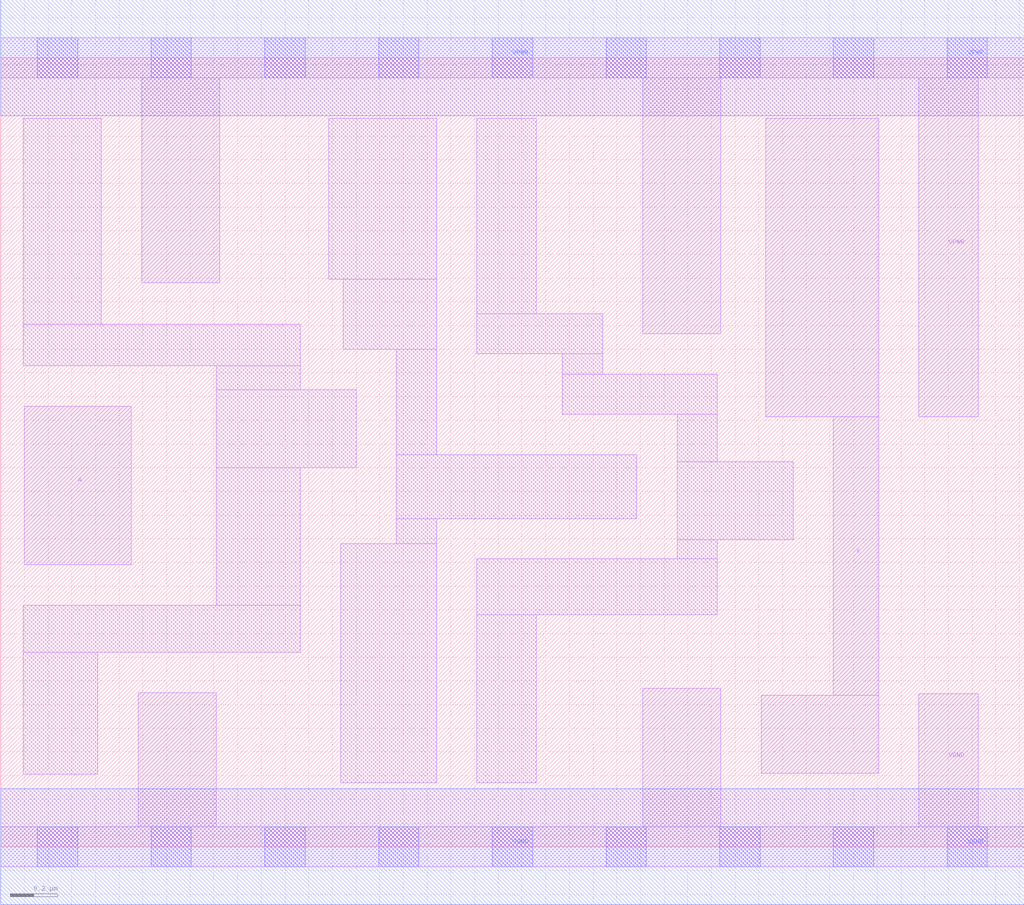
<source format=lef>
# Copyright 2020 The SkyWater PDK Authors
#
# Licensed under the Apache License, Version 2.0 (the "License");
# you may not use this file except in compliance with the License.
# You may obtain a copy of the License at
#
#     https://www.apache.org/licenses/LICENSE-2.0
#
# Unless required by applicable law or agreed to in writing, software
# distributed under the License is distributed on an "AS IS" BASIS,
# WITHOUT WARRANTIES OR CONDITIONS OF ANY KIND, either express or implied.
# See the License for the specific language governing permissions and
# limitations under the License.
#
# SPDX-License-Identifier: Apache-2.0

VERSION 5.7 ;
  NAMESCASESENSITIVE ON ;
  NOWIREEXTENSIONATPIN ON ;
  DIVIDERCHAR "/" ;
  BUSBITCHARS "[]" ;
UNITS
  DATABASE MICRONS 200 ;
END UNITS
MACRO sky130_fd_sc_lp__clkdlybuf4s50_2
  CLASS CORE ;
  SOURCE USER ;
  FOREIGN sky130_fd_sc_lp__clkdlybuf4s50_2 ;
  ORIGIN  0.000000  0.000000 ;
  SIZE  4.320000 BY  3.330000 ;
  SYMMETRY X Y R90 ;
  SITE unit ;
  PIN A
    ANTENNAGATEAREA  0.252000 ;
    DIRECTION INPUT ;
    USE SIGNAL ;
    PORT
      LAYER li1 ;
        RECT 0.100000 1.190000 0.550000 1.860000 ;
    END
  END A
  PIN X
    ANTENNADIFFAREA  0.470400 ;
    DIRECTION OUTPUT ;
    USE SIGNAL ;
    PORT
      LAYER li1 ;
        RECT 3.210000 0.310000 3.705000 0.640000 ;
        RECT 3.230000 1.815000 3.705000 3.075000 ;
        RECT 3.515000 0.640000 3.705000 1.815000 ;
    END
  END X
  PIN VGND
    DIRECTION INOUT ;
    USE GROUND ;
    PORT
      LAYER li1 ;
        RECT 0.000000 -0.085000 4.320000 0.085000 ;
        RECT 0.580000  0.085000 0.910000 0.650000 ;
        RECT 2.710000  0.085000 3.040000 0.670000 ;
        RECT 3.875000  0.085000 4.125000 0.645000 ;
      LAYER mcon ;
        RECT 0.155000 -0.085000 0.325000 0.085000 ;
        RECT 0.635000 -0.085000 0.805000 0.085000 ;
        RECT 1.115000 -0.085000 1.285000 0.085000 ;
        RECT 1.595000 -0.085000 1.765000 0.085000 ;
        RECT 2.075000 -0.085000 2.245000 0.085000 ;
        RECT 2.555000 -0.085000 2.725000 0.085000 ;
        RECT 3.035000 -0.085000 3.205000 0.085000 ;
        RECT 3.515000 -0.085000 3.685000 0.085000 ;
        RECT 3.995000 -0.085000 4.165000 0.085000 ;
      LAYER met1 ;
        RECT 0.000000 -0.245000 4.320000 0.245000 ;
    END
  END VGND
  PIN VPWR
    DIRECTION INOUT ;
    USE POWER ;
    PORT
      LAYER li1 ;
        RECT 0.000000 3.245000 4.320000 3.415000 ;
        RECT 0.595000 2.380000 0.925000 3.245000 ;
        RECT 2.710000 2.165000 3.040000 3.245000 ;
        RECT 3.875000 1.815000 4.125000 3.245000 ;
      LAYER mcon ;
        RECT 0.155000 3.245000 0.325000 3.415000 ;
        RECT 0.635000 3.245000 0.805000 3.415000 ;
        RECT 1.115000 3.245000 1.285000 3.415000 ;
        RECT 1.595000 3.245000 1.765000 3.415000 ;
        RECT 2.075000 3.245000 2.245000 3.415000 ;
        RECT 2.555000 3.245000 2.725000 3.415000 ;
        RECT 3.035000 3.245000 3.205000 3.415000 ;
        RECT 3.515000 3.245000 3.685000 3.415000 ;
        RECT 3.995000 3.245000 4.165000 3.415000 ;
      LAYER met1 ;
        RECT 0.000000 3.085000 4.320000 3.575000 ;
    END
  END VPWR
  OBS
    LAYER li1 ;
      RECT 0.095000 0.305000 0.410000 0.820000 ;
      RECT 0.095000 0.820000 1.265000 1.020000 ;
      RECT 0.095000 2.030000 1.265000 2.205000 ;
      RECT 0.095000 2.205000 0.425000 3.075000 ;
      RECT 0.910000 1.020000 1.265000 1.600000 ;
      RECT 0.910000 1.600000 1.500000 1.930000 ;
      RECT 0.910000 1.930000 1.265000 2.030000 ;
      RECT 1.385000 2.395000 1.840000 3.075000 ;
      RECT 1.435000 0.270000 1.840000 1.280000 ;
      RECT 1.445000 2.100000 1.840000 2.395000 ;
      RECT 1.670000 1.280000 1.840000 1.385000 ;
      RECT 1.670000 1.385000 2.685000 1.655000 ;
      RECT 1.670000 1.655000 1.840000 2.100000 ;
      RECT 2.010000 0.270000 2.260000 0.980000 ;
      RECT 2.010000 0.980000 3.025000 1.215000 ;
      RECT 2.010000 2.080000 2.540000 2.250000 ;
      RECT 2.010000 2.250000 2.260000 3.075000 ;
      RECT 2.370000 1.825000 3.025000 1.995000 ;
      RECT 2.370000 1.995000 2.540000 2.080000 ;
      RECT 2.855000 1.215000 3.025000 1.295000 ;
      RECT 2.855000 1.295000 3.345000 1.625000 ;
      RECT 2.855000 1.625000 3.025000 1.825000 ;
  END
END sky130_fd_sc_lp__clkdlybuf4s50_2

</source>
